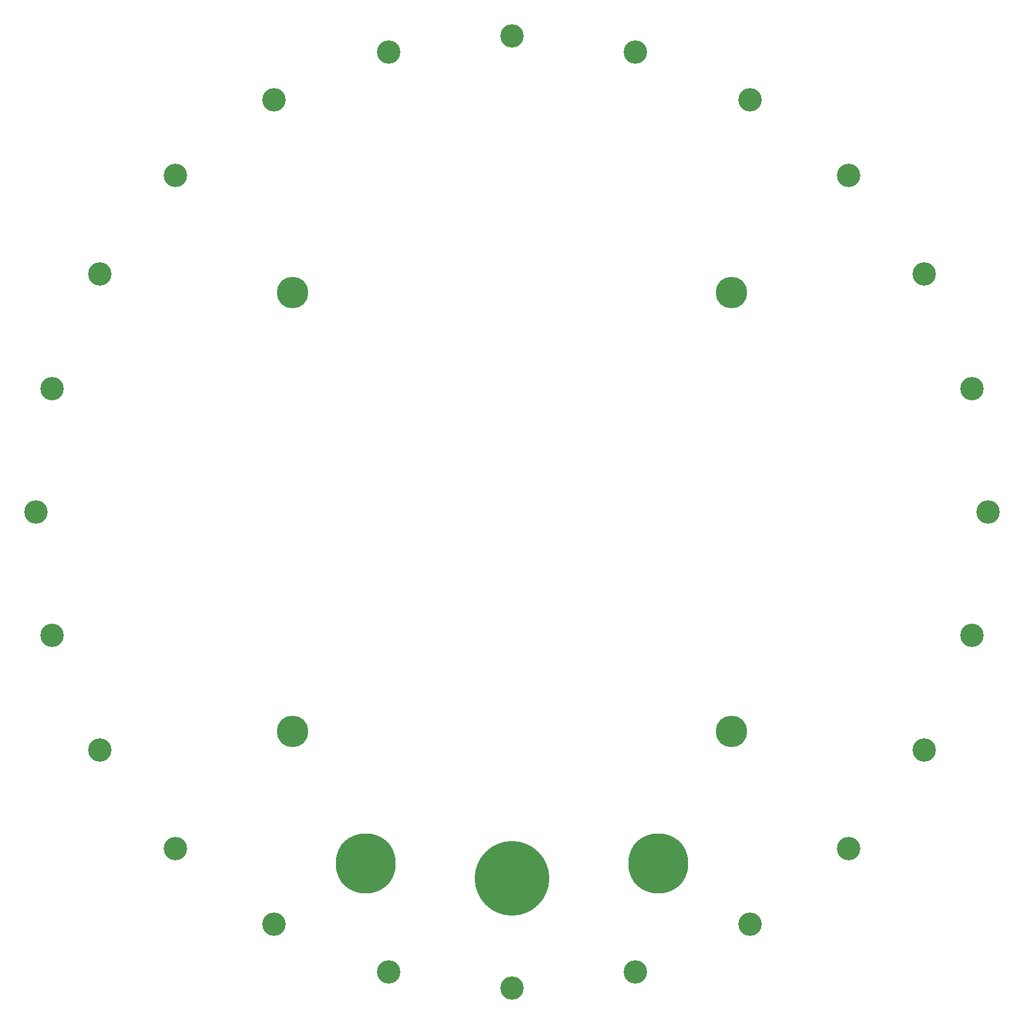
<source format=gbr>
%TF.GenerationSoftware,KiCad,Pcbnew,7.0.1-0*%
%TF.CreationDate,2023-05-22T13:40:42+09:00*%
%TF.ProjectId,AvionicsMountPlate,4176696f-6e69-4637-934d-6f756e74506c,rev?*%
%TF.SameCoordinates,Original*%
%TF.FileFunction,Soldermask,Top*%
%TF.FilePolarity,Negative*%
%FSLAX46Y46*%
G04 Gerber Fmt 4.6, Leading zero omitted, Abs format (unit mm)*
G04 Created by KiCad (PCBNEW 7.0.1-0) date 2023-05-22 13:40:42*
%MOMM*%
%LPD*%
G01*
G04 APERTURE LIST*
%ADD10C,3.200000*%
%ADD11C,8.200000*%
%ADD12C,10.200000*%
%ADD13C,4.300000*%
G04 APERTURE END LIST*
D10*
%TO.C,REF\u002A\u002A*%
X205909710Y-54888059D03*
%TD*%
%TO.C,REF\u002A\u002A*%
X195580000Y-133350000D03*
%TD*%
%TO.C,REF\u002A\u002A*%
X166441297Y-150173238D03*
%TD*%
%TO.C,REF\u002A\u002A*%
X84618059Y-87388059D03*
%TD*%
%TO.C,REF\u002A\u002A*%
X132794821Y-24602880D03*
%TD*%
%TO.C,REF\u002A\u002A*%
X205909710Y-119888059D03*
%TD*%
%TO.C,REF\u002A\u002A*%
X166441297Y-24602880D03*
%TD*%
%TO.C,REF\u002A\u002A*%
X86832880Y-104211297D03*
%TD*%
%TO.C,REF\u002A\u002A*%
X182118059Y-143679710D03*
%TD*%
%TO.C,REF\u002A\u002A*%
X103656118Y-133350000D03*
%TD*%
%TO.C,REF\u002A\u002A*%
X182118059Y-31096408D03*
%TD*%
%TO.C,REF\u002A\u002A*%
X86832880Y-70564821D03*
%TD*%
D11*
%TO.C,REF\u002A\u002A*%
X129618059Y-135388059D03*
%TD*%
D12*
%TO.C,REF\u002A\u002A*%
X149618059Y-137388059D03*
%TD*%
D10*
%TO.C,REF\u002A\u002A*%
X212403238Y-70564821D03*
%TD*%
D13*
%TO.C,REF\u002A\u002A*%
X119618059Y-57388059D03*
%TD*%
D10*
%TO.C,REF\u002A\u002A*%
X195580000Y-41426118D03*
%TD*%
%TO.C,REF\u002A\u002A*%
X103656118Y-41426118D03*
%TD*%
D13*
%TO.C,REF\u002A\u002A*%
X179618059Y-57388059D03*
%TD*%
D10*
%TO.C,REF\u002A\u002A*%
X132794821Y-150173238D03*
%TD*%
%TO.C,REF\u002A\u002A*%
X93326408Y-119888059D03*
%TD*%
%TO.C,REF\u002A\u002A*%
X117118059Y-143679710D03*
%TD*%
%TO.C,REF\u002A\u002A*%
X149618059Y-22388059D03*
%TD*%
%TO.C,REF\u002A\u002A*%
X214618059Y-87388059D03*
%TD*%
%TO.C,REF\u002A\u002A*%
X93326408Y-54888059D03*
%TD*%
D11*
%TO.C,REF\u002A\u002A*%
X169618059Y-135388059D03*
%TD*%
D10*
%TO.C,REF\u002A\u002A*%
X117118059Y-31096408D03*
%TD*%
D13*
%TO.C,REF\u002A\u002A*%
X119618059Y-117388059D03*
%TD*%
%TO.C,REF\u002A\u002A*%
X179618059Y-117388059D03*
%TD*%
D10*
%TO.C,REF\u002A\u002A*%
X212403238Y-104211297D03*
%TD*%
%TO.C,REF\u002A\u002A*%
X149618059Y-152388059D03*
%TD*%
M02*

</source>
